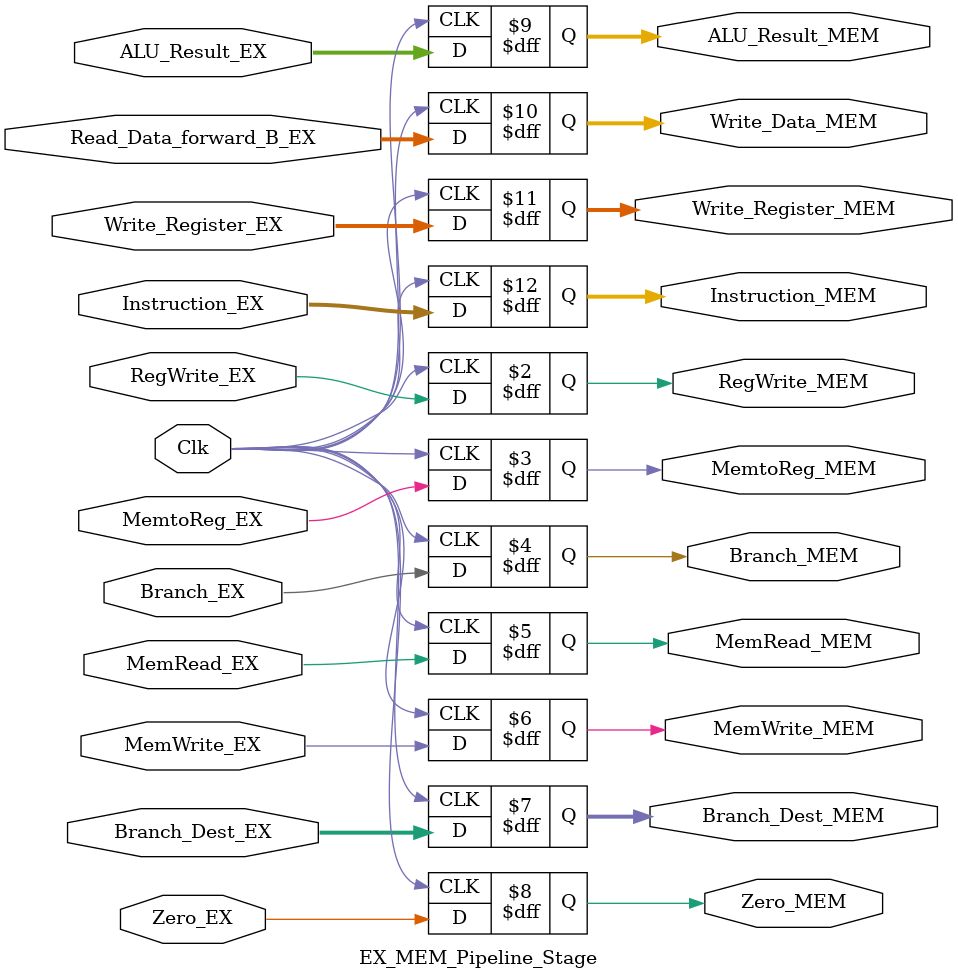
<source format=v>

module EX_MEM_Pipeline_Stage(
			     input 	   RegWrite_EX,
			     input 	   MemtoReg_EX,
		  
			     input 	   Branch_EX,
			     input 	   MemRead_EX,
			     input 	   MemWrite_EX,
		  
			     input [31:0]  Branch_Dest_EX,

			     input 	   Zero_EX, 
			     input [31:0]  ALU_Result_EX,
			     input [31:0]	   Read_Data_forward_B_EX,
			     input [4:0]   Write_Register_EX,
				  
				  input  [31:0] Instruction_EX,	//for forword unit
				
			    
			     input 	   Clk,
			    
			     output reg	   RegWrite_MEM,
			     output reg	   MemtoReg_MEM,
		  
			     output reg	   Branch_MEM,
			     output reg	   MemRead_MEM,
			     output reg	   MemWrite_MEM,
		  
			     output reg[31:0] Branch_Dest_MEM,
			     
			     output reg	   Zero_MEM,
			     output reg[31:0] ALU_Result_MEM,
			     output reg[31:0] Write_Data_MEM,
			     output reg[4:0]  Write_Register_MEM,
				  
				  output reg [31:0] Instruction_MEM	//for forword unit
			     );
   
   always@(posedge Clk)
	begin
	RegWrite_MEM 	<= RegWrite_EX;
	MemtoReg_MEM 	<= MemtoReg_EX;
	Branch_MEM 		<= Branch_EX;
	MemRead_MEM 	<= MemRead_EX;
	MemWrite_MEM 	<= MemWrite_EX;
	Branch_Dest_MEM <= Branch_Dest_EX;
	Zero_MEM			<= Zero_EX;
	ALU_Result_MEM <= ALU_Result_EX;
	Write_Data_MEM <= Read_Data_forward_B_EX;
	Write_Register_MEM <= Write_Register_EX;
	
	Instruction_MEM <= Instruction_EX;
	
	end

endmodule // EX_MEM_Pipeline_Stage

</source>
